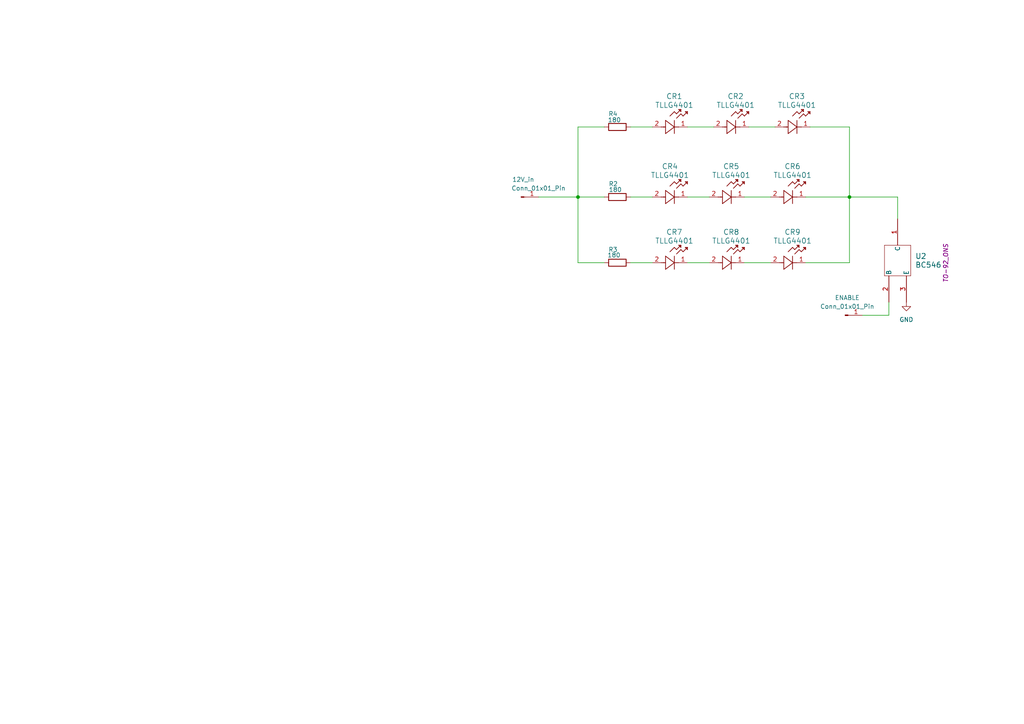
<source format=kicad_sch>
(kicad_sch (version 20230121) (generator eeschema)
  (paper "A4")
  (lib_symbols
    (symbol "Conn_01x01_Pin_1" (pin_names (offset 1.016) hide)
      (property "Reference" "12V_in" (at 0.635 5.08 0))
      (property "Value" "Conn_01x01_Pin" (at 1.27 2.54 0))
      (symbol "Conn_01x01_Pin_1_1_1"
        (polyline (pts (xy 1.27 0) (xy 0.8636 0)) (stroke (width 0.1524)))
        (rectangle (start 0.8636 0.127) (end 0 -0.127) (stroke (width 0.1524)) (fill (type outline)))
        (pin passive line (at 5.08 0 180) (length 3.81) (name "Pin_1") (number "1"))
      )
    )
    (symbol "Connector:Conn_01x01_Pin" (pin_names (offset 1.016) hide)
      (property "Reference" "ENABLE" (at 0.635 5.08 0))
      (property "Value" "Conn_01x01_Pin" (at 0.635 2.54 0))
      (symbol "Conn_01x01_Pin_1_1"
        (polyline (pts (xy 1.27 0) (xy 0.8636 0)) (stroke (width 0.1524)))
        (rectangle (start 0.8636 0.127) (end 0 -0.127) (stroke (width 0.1524)) (fill (type outline)))
        (pin passive line (at 5.08 0 180) (length 3.81) (name "Pin_1") (number "1"))
      )
    )
    (symbol "Device:R" (pin_numbers hide) (pin_names (offset 0))
      (property "Reference" "R3" (at -3.81 -1.27 90))
      (property "Value" "180" (at -2.2 -1 90))
      (symbol "R_0_1"
        (rectangle (start -1.016 -2.54) (end 1.016 2.54) (stroke (width 0.254)))
      )
      (symbol "R_1_1"
        (pin passive line (at 0 3.81 270) (length 1.27) (name "~") (number "1"))
        (pin passive line (at 0 -3.81 90) (length 1.27) (name "~") (number "2"))
      )
    )
    (symbol "Mechatronics_lib:BC546" (pin_names (offset 0.254))
      (property "Reference" "U2" (at 41.91 6.35 0))
      (property "Value" "BC546" (at 43.18 3.81 0))
      (symbol "BC546_0_1"
        (polyline (pts (xy 39.37 -5.08) (xy 48.26 -5.08)) (stroke (width 0.127)))
        (polyline (pts (xy 39.37 2.54) (xy 39.37 -5.08)) (stroke (width 0.127)))
        (polyline (pts (xy 48.26 -5.08) (xy 48.26 2.54)) (stroke (width 0.127)))
        (polyline (pts (xy 48.26 2.54) (xy 39.37 2.54)) (stroke (width 0.127)))
      )
      (symbol "BC546_1_1"
        (pin unspecified line (at 31.75 -1.27 0) (length 7.62) (name "C") (number "1"))
        (pin unspecified line (at 55.88 -3.81 180) (length 7.62) (name "B") (number "2"))
        (pin unspecified line (at 55.88 1.27 180) (length 7.62) (name "E") (number "3"))
      )
    )
    (symbol "Mechatronics_lib:TLLG4401" (pin_names (offset 0.254))
      (property "Reference" "CR" (at 5.08 -4.445 0))
      (property "Value" "TLLG4401" (at 5.08 -7.62 0))
      (symbol "TLLG4401_1_1"
        (polyline (pts (xy 2.54 0) (xy 3.4798 0)) (stroke (width 0.2032)))
        (polyline (pts (xy 3.175 0) (xy 3.81 0)) (stroke (width 0.2032)))
        (polyline (pts (xy 3.81 -1.905) (xy 6.35 0)) (stroke (width 0.2032)))
        (polyline (pts (xy 3.81 1.905) (xy 3.81 -1.905)) (stroke (width 0.2032)))
        (polyline (pts (xy 5.08 3.175) (xy 6.35 4.445)) (stroke (width 0.2032)))
        (polyline (pts (xy 6.35 -1.905) (xy 6.35 1.905)) (stroke (width 0.2032)))
        (polyline (pts (xy 6.35 0) (xy 3.81 1.905)) (stroke (width 0.2032)))
        (polyline (pts (xy 6.35 0) (xy 7.62 0)) (stroke (width 0.2032)))
        (polyline (pts (xy 6.35 4.445) (xy 6.985 3.81)) (stroke (width 0.2032)))
        (polyline (pts (xy 6.985 2.54) (xy 8.255 3.81)) (stroke (width 0.2032)))
        (polyline (pts (xy 6.985 3.81) (xy 8.255 5.08)) (stroke (width 0.2032)))
        (polyline (pts (xy 7.62 5.08) (xy 8.255 4.445)) (stroke (width 0.2032)))
        (polyline (pts (xy 8.255 3.81) (xy 8.89 3.175)) (stroke (width 0.2032)))
        (polyline (pts (xy 8.255 4.445) (xy 8.255 5.08)) (stroke (width 0.2032)))
        (polyline (pts (xy 8.255 5.08) (xy 7.62 5.08)) (stroke (width 0.2032)))
        (polyline (pts (xy 8.89 3.175) (xy 10.16 4.445)) (stroke (width 0.2032)))
        (polyline (pts (xy 9.525 4.445) (xy 10.16 3.81)) (stroke (width 0.2032)))
        (polyline (pts (xy 10.16 3.81) (xy 10.16 4.445)) (stroke (width 0.2032)))
        (polyline (pts (xy 10.16 4.445) (xy 9.525 4.445)) (stroke (width 0.2032)))
        (pin unspecified line (at 10.16 0 180) (length 2.54) (name "") (number "1"))
        (pin unspecified line (at 0 0 0) (length 2.54) (name "") (number "2"))
      )
      (symbol "TLLG4401_1_2"
        (polyline (pts (xy -5.08 7.62) (xy -4.445 8.255)) (stroke (width 0.2032)))
        (polyline (pts (xy -5.08 8.255) (xy -5.08 7.62)) (stroke (width 0.2032)))
        (polyline (pts (xy -4.445 6.35) (xy -3.81 6.985)) (stroke (width 0.2032)))
        (polyline (pts (xy -4.445 8.255) (xy -5.08 8.255)) (stroke (width 0.2032)))
        (polyline (pts (xy -4.445 9.525) (xy -3.81 10.16)) (stroke (width 0.2032)))
        (polyline (pts (xy -4.445 10.16) (xy -4.445 9.525)) (stroke (width 0.2032)))
        (polyline (pts (xy -3.81 6.985) (xy -5.08 8.255)) (stroke (width 0.2032)))
        (polyline (pts (xy -3.81 8.255) (xy -3.175 8.89)) (stroke (width 0.2032)))
        (polyline (pts (xy -3.81 10.16) (xy -4.445 10.16)) (stroke (width 0.2032)))
        (polyline (pts (xy -3.175 5.08) (xy -4.445 6.35)) (stroke (width 0.2032)))
        (polyline (pts (xy -3.175 8.89) (xy -4.445 10.16)) (stroke (width 0.2032)))
        (polyline (pts (xy -2.54 6.985) (xy -3.81 8.255)) (stroke (width 0.2032)))
        (polyline (pts (xy -1.905 3.81) (xy 1.905 3.81)) (stroke (width 0.2032)))
        (polyline (pts (xy 0 2.54) (xy 0 3.4798)) (stroke (width 0.2032)))
        (polyline (pts (xy 0 3.175) (xy 0 3.81)) (stroke (width 0.2032)))
        (polyline (pts (xy 0 6.35) (xy -1.905 3.81)) (stroke (width 0.2032)))
        (polyline (pts (xy 0 6.35) (xy 0 7.62)) (stroke (width 0.2032)))
        (polyline (pts (xy 1.905 3.81) (xy 0 6.35)) (stroke (width 0.2032)))
        (polyline (pts (xy 1.905 6.35) (xy -1.905 6.35)) (stroke (width 0.2032)))
        (pin unspecified line (at 0 10.16 270) (length 2.54) (name "") (number "1"))
        (pin unspecified line (at 0 0 90) (length 2.54) (name "") (number "2"))
      )
    )
    (symbol "R_1" (pin_numbers hide) (pin_names (offset 0))
      (property "Reference" "R4" (at -5.08 -1.27 90))
      (property "Value" "180" (at -2.54 -1.27 90))
      (symbol "R_1_0_1"
        (rectangle (start -1.016 -2.54) (end 1.016 2.54) (stroke (width 0.254)))
      )
      (symbol "R_1_1_1"
        (pin passive line (at 0 3.81 270) (length 1.27) (name "~") (number "1"))
        (pin passive line (at 0 -3.81 90) (length 1.27) (name "~") (number "2"))
      )
    )
    (symbol "R_2" (pin_numbers hide) (pin_names (offset 0))
      (property "Reference" "R2" (at -5.08 -2.54 90))
      (property "Value" "180" (at -2.54 -2.54 90))
      (symbol "R_2_0_1"
        (rectangle (start -1.016 2.54) (end 1.016 -2.54) (stroke (width 0.254)))
      )
      (symbol "R_2_1_1"
        (pin passive line (at 0 3.81 270) (length 1.27) (name "~") (number "1"))
        (pin passive line (at 0 -3.81 90) (length 1.27) (name "~") (number "2"))
      )
    )
    (symbol "power:GND" (power) (pin_names (offset 0))
      (property "Value" "GND" (at 0 -3.81 0))
      (symbol "GND_0_1"
        (polyline (pts (xy 0 0) (xy 0 -1.27) (xy 1.27 -1.27) (xy 0 -2.54) (xy -1.27 -1.27) (xy 0 -1.27)))
      )
      (symbol "GND_1_1"
        (pin power_in line (at 0 0 270) (length 0) hide (name "GND") (number "1"))
      )
    )
  )
  (junction (at 246.38 57.15))
  (junction (at 167.64 57.15))
  (wire (pts (xy 246.38 57.15) (xy 260.35 57.15)))
  (wire (pts (xy 175.26 36.83) (xy 167.64 36.83)))
  (wire (pts (xy 260.35 57.15) (xy 260.35 63.5)))
  (wire (pts (xy 167.64 57.15) (xy 175.26 57.15)))
  (wire (pts (xy 234.95 36.83) (xy 246.38 36.83)))
  (wire (pts (xy 175.26 76.2) (xy 167.64 76.2)))
  (wire (pts (xy 257.81 87.63) (xy 257.81 91.44)))
  (wire (pts (xy 167.64 57.15) (xy 167.64 76.2)))
  (wire (pts (xy 182.88 36.83) (xy 189.23 36.83)))
  (wire (pts (xy 246.38 57.15) (xy 246.38 76.2)))
  (wire (pts (xy 257.81 91.44) (xy 250.19 91.44)))
  (wire (pts (xy 246.38 57.15) (xy 233.68 57.15)))
  (wire (pts (xy 167.64 36.83) (xy 167.64 57.15)))
  (wire (pts (xy 199.39 57.15) (xy 205.74 57.15)))
  (wire (pts (xy 199.39 76.2) (xy 205.74 76.2)))
  (wire (pts (xy 246.38 76.2) (xy 233.68 76.2)))
  (wire (pts (xy 199.39 36.83) (xy 207.01 36.83)))
  (wire (pts (xy 182.88 57.15) (xy 189.23 57.15)))
  (wire (pts (xy 217.17 36.83) (xy 224.79 36.83)))
  (wire (pts (xy 182.88 76.2) (xy 189.23 76.2)))
  (wire (pts (xy 215.9 76.2) (xy 223.52 76.2)))
  (wire (pts (xy 156.21 57.15) (xy 167.64 57.15)))
  (wire (pts (xy 215.9 57.15) (xy 223.52 57.15)))
  (wire (pts (xy 246.38 36.83) (xy 246.38 57.15)))
  (symbol (lib_id "Mechatronics_lib:TLLG4401") (at 224.79 36.83 0) (unit 1)
    (property "Reference" "CR3" (at 231.14 27.94 0) (effects (font (size 1.524 1.524))))
    (property "Value" "TLLG4401" (at 231.14 30.48 0) (effects (font (size 1.524 1.524))))
    (property "Footprint" "TLL_Series_VIS" (effects hide))
    (property "Datasheet" "TLLG4401" (effects hide))
  )
  (symbol (lib_id "Mechatronics_lib:TLLG4401") (at 223.52 57.15 0) (unit 1)
    (property "Reference" "CR6" (at 229.87 48.26 0) (effects (font (size 1.524 1.524))))
    (property "Value" "TLLG4401" (at 229.87 50.8 0) (effects (font (size 1.524 1.524))))
    (property "Footprint" "TLL_Series_VIS" (effects hide))
    (property "Datasheet" "TLLG4401" (effects hide))
  )
  (symbol (lib_id "Connector:Conn_01x01_Pin") (at 245.11 91.44 0) (unit 1)
    (property "Reference" "ENABLE" (at 245.745 86.36 0))
    (property "Value" "Conn_01x01_Pin" (at 245.745 88.9 0))
    (property "Footprint" "Connector_PinHeader_2.54mm:PinHeader_1x01_P2.54mm_Vertical" (effects hide))
  )
  (symbol (lib_id "Mechatronics_lib:TLLG4401") (at 189.23 76.2 0) (unit 1)
    (property "Reference" "CR7" (at 195.58 67.31 0) (effects (font (size 1.524 1.524))))
    (property "Value" "TLLG4401" (at 195.58 69.85 0) (effects (font (size 1.524 1.524))))
    (property "Footprint" "TLL_Series_VIS" (effects hide))
    (property "Datasheet" "TLLG4401" (effects hide))
  )
  (symbol (lib_id "power:GND") (at 262.89 87.63 0) (unit 1)
    (property "Reference" "#PWR01" (effects hide))
    (property "Value" "GND" (at 262.89 92.71 0))
  )
  (symbol (lib_id "Mechatronics_lib:TLLG4401") (at 189.23 57.15 0) (unit 1)
    (property "Reference" "CR4" (at 194.31 48.26 0) (effects (font (size 1.524 1.524))))
    (property "Value" "TLLG4401" (at 194.31 50.8 0) (effects (font (size 1.524 1.524))))
    (property "Footprint" "TLL_Series_VIS" (effects hide))
    (property "Datasheet" "TLLG4401" (effects hide))
  )
  (symbol (lib_id "Mechatronics_lib:BC546") (at 261.62 31.75 270) (unit 1)
    (property "Reference" "U2" (at 265.43 74.295 90) (effects (font (size 1.524 1.524)) (justify left)))
    (property "Value" "BC546" (at 265.43 76.835 90) (effects (font (size 1.524 1.524)) (justify left)))
    (property "Footprint" "TO-92_ONS" (at 274.32 76.2 0) (effects (font italic)))
    (property "Datasheet" "BC546" (effects hide))
  )
  (symbol (lib_id "Mechatronics_lib:TLLG4401") (at 205.74 76.2 0) (unit 1)
    (property "Reference" "CR8" (at 212.09 67.31 0) (effects (font (size 1.524 1.524))))
    (property "Value" "TLLG4401" (at 212.09 69.85 0) (effects (font (size 1.524 1.524))))
    (property "Footprint" "TLL_Series_VIS" (effects hide))
    (property "Datasheet" "TLLG4401" (effects hide))
  )
  (symbol (lib_id "Mechatronics_lib:TLLG4401") (at 205.74 57.15 0) (unit 1)
    (property "Reference" "CR5" (at 212.09 48.26 0) (effects (font (size 1.524 1.524))))
    (property "Value" "TLLG4401" (at 212.09 50.8 0) (effects (font (size 1.524 1.524))))
    (property "Footprint" "TLL_Series_VIS" (effects hide))
    (property "Datasheet" "TLLG4401" (effects hide))
  )
  (symbol (lib_name "Conn_01x01_Pin_1") (lib_id "Connector:Conn_01x01_Pin") (at 151.13 57.15 0) (unit 1)
    (property "Reference" "12V_in" (at 151.765 52.07 0))
    (property "Value" "Conn_01x01_Pin" (at 156.21 54.61 0))
    (property "Footprint" "Connector_PinHeader_2.54mm:PinHeader_1x01_P2.54mm_Vertical" (effects hide))
  )
  (symbol (lib_id "Mechatronics_lib:TLLG4401") (at 223.52 76.2 0) (unit 1)
    (property "Reference" "CR9" (at 229.87 67.31 0) (effects (font (size 1.524 1.524))))
    (property "Value" "TLLG4401" (at 229.87 69.85 0) (effects (font (size 1.524 1.524))))
    (property "Footprint" "TLL_Series_VIS" (effects hide))
    (property "Datasheet" "TLLG4401" (effects hide))
  )
  (symbol (lib_id "Mechatronics_lib:TLLG4401") (at 207.01 36.83 0) (unit 1)
    (property "Reference" "CR2" (at 213.36 27.94 0) (effects (font (size 1.524 1.524))))
    (property "Value" "TLLG4401" (at 213.36 30.48 0) (effects (font (size 1.524 1.524))))
    (property "Footprint" "TLL_Series_VIS" (effects hide))
    (property "Datasheet" "TLLG4401" (effects hide))
  )
  (symbol (lib_name "R_2") (lib_id "Device:R") (at 179.07 57.15 270) (unit 1)
    (property "Reference" "R2" (at 176.53 53.34 90) (effects (justify left)))
    (property "Value" "180" (at 176.53 55.02 90) (effects (justify left)))
    (property "Footprint" "Resistor_THT:R_Axial_DIN0207_L6.3mm_D2.5mm_P2.54mm_Vertical" (effects hide))
  )
  (symbol (lib_id "Mechatronics_lib:TLLG4401") (at 189.23 36.83 0) (unit 1)
    (property "Reference" "CR1" (at 195.58 27.94 0) (effects (font (size 1.524 1.524))))
    (property "Value" "TLLG4401" (at 195.58 30.48 0) (effects (font (size 1.524 1.524))))
    (property "Footprint" "TLL_Series_VIS" (effects hide))
    (property "Datasheet" "TLLG4401" (effects hide))
  )
  (symbol (lib_id "Device:R") (at 179.07 76.2 270) (unit 1)
    (property "Reference" "R3" (at 177.8 72.39 90))
    (property "Value" "180" (at 178.07 74 90))
    (property "Footprint" "Resistor_THT:R_Axial_DIN0207_L6.3mm_D2.5mm_P2.54mm_Vertical" (effects hide))
  )
  (symbol (lib_name "R_1") (lib_id "Device:R") (at 179.07 36.83 270) (unit 1)
    (property "Reference" "R4" (at 177.8 33.02 90))
    (property "Value" "180" (at 178.2 34.79 90))
    (property "Footprint" "Resistor_THT:R_Axial_DIN0207_L6.3mm_D2.5mm_P2.54mm_Vertical" (effects hide))
  )
)
</source>
